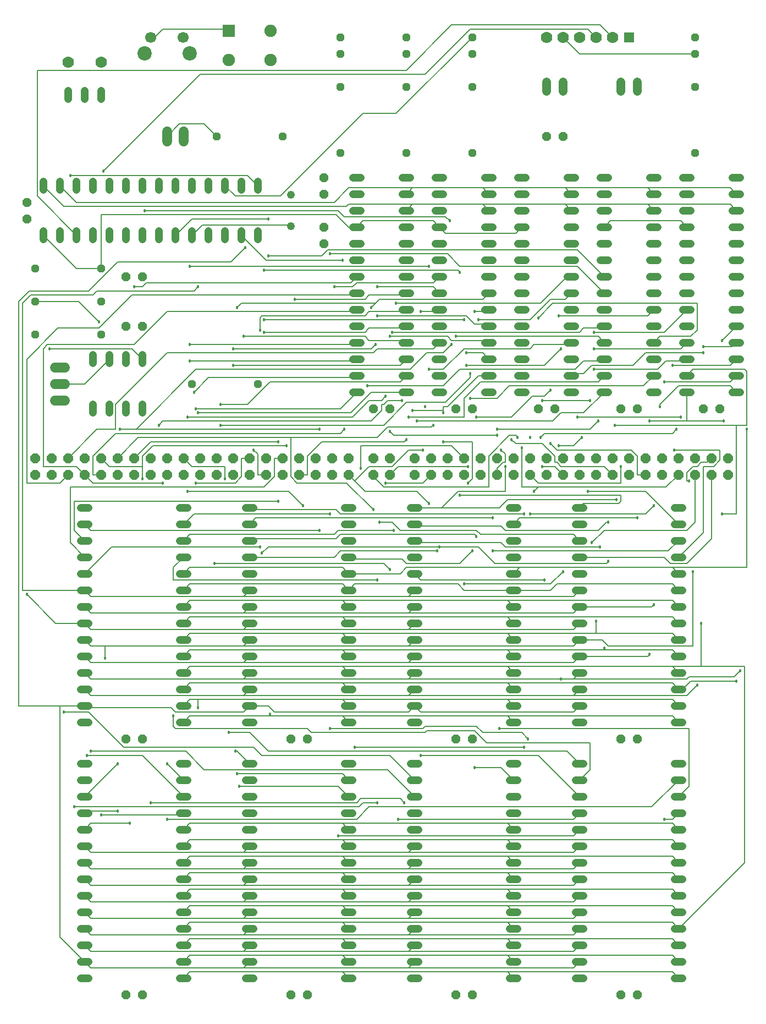
<source format=gbr>
G04 EAGLE Gerber RS-274X export*
G75*
%MOMM*%
%FSLAX34Y34*%
%LPD*%
%INBottom Copper*%
%IPPOS*%
%AMOC8*
5,1,8,0,0,1.08239X$1,22.5*%
G01*
%ADD10P,1.649562X8X22.500000*%
%ADD11C,1.219200*%
%ADD12C,1.219200*%
%ADD13P,1.539592X8X292.500000*%
%ADD14P,1.539592X8X112.500000*%
%ADD15R,1.500000X1.500000*%
%ADD16C,1.778000*%
%ADD17P,1.539592X8X202.500000*%
%ADD18P,1.319650X8X22.500000*%
%ADD19P,1.539592X8X22.500000*%
%ADD20P,1.319650X8X292.500000*%
%ADD21C,1.524000*%
%ADD22C,1.371600*%
%ADD23C,2.200000*%
%ADD24C,1.700000*%
%ADD25R,1.905000X1.905000*%
%ADD26C,1.905000*%
%ADD27C,0.127000*%
%ADD28C,0.457200*%


D10*
X38100Y825500D03*
X63500Y825500D03*
X88900Y825500D03*
X114300Y825500D03*
X139700Y825500D03*
X165100Y825500D03*
X38100Y850900D03*
X63500Y850900D03*
X88900Y850900D03*
X114300Y850900D03*
X139700Y850900D03*
X165100Y850900D03*
X190500Y825500D03*
X190500Y850900D03*
X215900Y825500D03*
X241300Y825500D03*
X266700Y825500D03*
X292100Y825500D03*
X317500Y825500D03*
X342900Y825500D03*
X215900Y850900D03*
X241300Y850900D03*
X266700Y850900D03*
X292100Y850900D03*
X317500Y850900D03*
X342900Y850900D03*
X368300Y825500D03*
X368300Y850900D03*
X393700Y825500D03*
X419100Y825500D03*
X444500Y825500D03*
X469900Y825500D03*
X495300Y825500D03*
X520700Y825500D03*
X393700Y850900D03*
X419100Y850900D03*
X444500Y850900D03*
X469900Y850900D03*
X495300Y850900D03*
X520700Y850900D03*
D11*
X50800Y1187704D02*
X50800Y1199896D01*
X76200Y1199896D02*
X76200Y1187704D01*
X101600Y1187704D02*
X101600Y1199896D01*
X127000Y1199896D02*
X127000Y1187704D01*
X152400Y1187704D02*
X152400Y1199896D01*
X177800Y1199896D02*
X177800Y1187704D01*
X203200Y1187704D02*
X203200Y1199896D01*
X228600Y1199896D02*
X228600Y1187704D01*
X254000Y1187704D02*
X254000Y1199896D01*
X279400Y1199896D02*
X279400Y1187704D01*
X304800Y1187704D02*
X304800Y1199896D01*
X330200Y1199896D02*
X330200Y1187704D01*
X355600Y1187704D02*
X355600Y1199896D01*
X381000Y1199896D02*
X381000Y1187704D01*
X381000Y1263904D02*
X381000Y1276096D01*
X355600Y1276096D02*
X355600Y1263904D01*
X330200Y1263904D02*
X330200Y1276096D01*
X304800Y1276096D02*
X304800Y1263904D01*
X279400Y1263904D02*
X279400Y1276096D01*
X254000Y1276096D02*
X254000Y1263904D01*
X228600Y1263904D02*
X228600Y1276096D01*
X203200Y1276096D02*
X203200Y1263904D01*
X177800Y1263904D02*
X177800Y1276096D01*
X152400Y1276096D02*
X152400Y1263904D01*
X127000Y1263904D02*
X127000Y1276096D01*
X101600Y1276096D02*
X101600Y1263904D01*
X76200Y1263904D02*
X76200Y1276096D01*
X50800Y1276096D02*
X50800Y1263904D01*
D12*
X431800Y1207770D03*
X431800Y1256030D03*
D13*
X482600Y1282700D03*
X482600Y1257300D03*
D14*
X482600Y1181100D03*
X482600Y1206500D03*
D15*
X952500Y1498600D03*
D16*
X927100Y1498600D03*
X901700Y1498600D03*
X876300Y1498600D03*
X850900Y1498600D03*
X825500Y1498600D03*
D17*
X850900Y1346200D03*
X825500Y1346200D03*
D18*
X38100Y1143000D03*
X139700Y1143000D03*
D19*
X177800Y1130300D03*
X203200Y1130300D03*
X177800Y1054100D03*
X203200Y1054100D03*
D18*
X38100Y1041400D03*
X139700Y1041400D03*
X38100Y1092200D03*
X139700Y1092200D03*
D11*
X127000Y933196D02*
X127000Y921004D01*
X152400Y921004D02*
X152400Y933196D01*
X177800Y933196D02*
X177800Y921004D01*
X203200Y921004D02*
X203200Y933196D01*
X203200Y997204D02*
X203200Y1009396D01*
X177800Y1009396D02*
X177800Y997204D01*
X152400Y997204D02*
X152400Y1009396D01*
X127000Y1009396D02*
X127000Y997204D01*
D20*
X508000Y1498600D03*
X508000Y1473200D03*
X609600Y1498600D03*
X609600Y1473200D03*
X711200Y1498600D03*
X711200Y1473200D03*
X711200Y1422400D03*
X711200Y1320800D03*
X609600Y1422400D03*
X609600Y1320800D03*
X508000Y1422400D03*
X508000Y1320800D03*
D17*
X965200Y25400D03*
X939800Y25400D03*
X965200Y419100D03*
X939800Y419100D03*
X457200Y419100D03*
X431800Y419100D03*
X711200Y419100D03*
X685800Y419100D03*
X457200Y25400D03*
X431800Y25400D03*
D11*
X88900Y1403604D02*
X88900Y1415796D01*
X114300Y1415796D02*
X114300Y1403604D01*
X139700Y1403604D02*
X139700Y1415796D01*
D16*
X88900Y1460500D03*
X139700Y1460500D03*
D21*
X83820Y939800D02*
X68580Y939800D01*
X68580Y965200D02*
X83820Y965200D01*
X83820Y990600D02*
X68580Y990600D01*
D17*
X203200Y25400D03*
X177800Y25400D03*
X711200Y25400D03*
X685800Y25400D03*
X203200Y419100D03*
X177800Y419100D03*
D22*
X939800Y1415542D02*
X939800Y1429258D01*
X965200Y1429258D02*
X965200Y1415542D01*
X825500Y1415542D02*
X825500Y1429258D01*
X850900Y1429258D02*
X850900Y1415542D01*
D23*
X276300Y1473600D03*
X206300Y1473600D03*
D24*
X266300Y1498600D03*
X216300Y1498600D03*
D25*
X335800Y1508400D03*
D26*
X335800Y1463400D03*
X400800Y1463400D03*
X400800Y1508400D03*
D18*
X279400Y965200D03*
X381000Y965200D03*
D20*
X1054100Y1498600D03*
X1054100Y1473200D03*
X1054100Y1422400D03*
X1054100Y1320800D03*
D11*
X869696Y952500D02*
X857504Y952500D01*
X857504Y977900D02*
X869696Y977900D01*
X869696Y1003300D02*
X857504Y1003300D01*
X857504Y1028700D02*
X869696Y1028700D01*
X869696Y1054100D02*
X857504Y1054100D01*
X857504Y1079500D02*
X869696Y1079500D01*
X869696Y1104900D02*
X857504Y1104900D01*
X857504Y1130300D02*
X869696Y1130300D01*
X869696Y1155700D02*
X857504Y1155700D01*
X857504Y1181100D02*
X869696Y1181100D01*
X869696Y1206500D02*
X857504Y1206500D01*
X857504Y1231900D02*
X869696Y1231900D01*
X869696Y1257300D02*
X857504Y1257300D01*
X857504Y1282700D02*
X869696Y1282700D01*
X793496Y1282700D02*
X781304Y1282700D01*
X781304Y1257300D02*
X793496Y1257300D01*
X793496Y1231900D02*
X781304Y1231900D01*
X781304Y1206500D02*
X793496Y1206500D01*
X793496Y1181100D02*
X781304Y1181100D01*
X781304Y1155700D02*
X793496Y1155700D01*
X793496Y1130300D02*
X781304Y1130300D01*
X781304Y1104900D02*
X793496Y1104900D01*
X793496Y1079500D02*
X781304Y1079500D01*
X781304Y1054100D02*
X793496Y1054100D01*
X793496Y1028700D02*
X781304Y1028700D01*
X781304Y1003300D02*
X793496Y1003300D01*
X793496Y977900D02*
X781304Y977900D01*
X781304Y952500D02*
X793496Y952500D01*
X984504Y952500D02*
X996696Y952500D01*
X996696Y977900D02*
X984504Y977900D01*
X984504Y1003300D02*
X996696Y1003300D01*
X996696Y1028700D02*
X984504Y1028700D01*
X984504Y1054100D02*
X996696Y1054100D01*
X996696Y1079500D02*
X984504Y1079500D01*
X984504Y1104900D02*
X996696Y1104900D01*
X996696Y1130300D02*
X984504Y1130300D01*
X984504Y1155700D02*
X996696Y1155700D01*
X996696Y1181100D02*
X984504Y1181100D01*
X984504Y1206500D02*
X996696Y1206500D01*
X996696Y1231900D02*
X984504Y1231900D01*
X984504Y1257300D02*
X996696Y1257300D01*
X996696Y1282700D02*
X984504Y1282700D01*
X920496Y1282700D02*
X908304Y1282700D01*
X908304Y1257300D02*
X920496Y1257300D01*
X920496Y1231900D02*
X908304Y1231900D01*
X908304Y1206500D02*
X920496Y1206500D01*
X920496Y1181100D02*
X908304Y1181100D01*
X908304Y1155700D02*
X920496Y1155700D01*
X920496Y1130300D02*
X908304Y1130300D01*
X908304Y1104900D02*
X920496Y1104900D01*
X920496Y1079500D02*
X908304Y1079500D01*
X908304Y1054100D02*
X920496Y1054100D01*
X920496Y1028700D02*
X908304Y1028700D01*
X908304Y1003300D02*
X920496Y1003300D01*
X920496Y977900D02*
X908304Y977900D01*
X908304Y952500D02*
X920496Y952500D01*
X742696Y952500D02*
X730504Y952500D01*
X730504Y977900D02*
X742696Y977900D01*
X742696Y1003300D02*
X730504Y1003300D01*
X730504Y1028700D02*
X742696Y1028700D01*
X742696Y1054100D02*
X730504Y1054100D01*
X730504Y1079500D02*
X742696Y1079500D01*
X742696Y1104900D02*
X730504Y1104900D01*
X730504Y1130300D02*
X742696Y1130300D01*
X742696Y1155700D02*
X730504Y1155700D01*
X730504Y1181100D02*
X742696Y1181100D01*
X742696Y1206500D02*
X730504Y1206500D01*
X730504Y1231900D02*
X742696Y1231900D01*
X742696Y1257300D02*
X730504Y1257300D01*
X730504Y1282700D02*
X742696Y1282700D01*
X666496Y1282700D02*
X654304Y1282700D01*
X654304Y1257300D02*
X666496Y1257300D01*
X666496Y1231900D02*
X654304Y1231900D01*
X654304Y1206500D02*
X666496Y1206500D01*
X666496Y1181100D02*
X654304Y1181100D01*
X654304Y1155700D02*
X666496Y1155700D01*
X666496Y1130300D02*
X654304Y1130300D01*
X654304Y1104900D02*
X666496Y1104900D01*
X666496Y1079500D02*
X654304Y1079500D01*
X654304Y1054100D02*
X666496Y1054100D01*
X666496Y1028700D02*
X654304Y1028700D01*
X654304Y1003300D02*
X666496Y1003300D01*
X666496Y977900D02*
X654304Y977900D01*
X654304Y952500D02*
X666496Y952500D01*
X615696Y952500D02*
X603504Y952500D01*
X603504Y977900D02*
X615696Y977900D01*
X615696Y1003300D02*
X603504Y1003300D01*
X603504Y1028700D02*
X615696Y1028700D01*
X615696Y1054100D02*
X603504Y1054100D01*
X603504Y1079500D02*
X615696Y1079500D01*
X615696Y1104900D02*
X603504Y1104900D01*
X603504Y1130300D02*
X615696Y1130300D01*
X615696Y1155700D02*
X603504Y1155700D01*
X603504Y1181100D02*
X615696Y1181100D01*
X615696Y1206500D02*
X603504Y1206500D01*
X603504Y1231900D02*
X615696Y1231900D01*
X615696Y1257300D02*
X603504Y1257300D01*
X603504Y1282700D02*
X615696Y1282700D01*
X539496Y1282700D02*
X527304Y1282700D01*
X527304Y1257300D02*
X539496Y1257300D01*
X539496Y1231900D02*
X527304Y1231900D01*
X527304Y1206500D02*
X539496Y1206500D01*
X539496Y1181100D02*
X527304Y1181100D01*
X527304Y1155700D02*
X539496Y1155700D01*
X539496Y1130300D02*
X527304Y1130300D01*
X527304Y1104900D02*
X539496Y1104900D01*
X539496Y1079500D02*
X527304Y1079500D01*
X527304Y1054100D02*
X539496Y1054100D01*
X539496Y1028700D02*
X527304Y1028700D01*
X527304Y1003300D02*
X539496Y1003300D01*
X539496Y977900D02*
X527304Y977900D01*
X527304Y952500D02*
X539496Y952500D01*
X1111504Y952500D02*
X1123696Y952500D01*
X1123696Y977900D02*
X1111504Y977900D01*
X1111504Y1003300D02*
X1123696Y1003300D01*
X1123696Y1028700D02*
X1111504Y1028700D01*
X1111504Y1054100D02*
X1123696Y1054100D01*
X1123696Y1079500D02*
X1111504Y1079500D01*
X1111504Y1104900D02*
X1123696Y1104900D01*
X1123696Y1130300D02*
X1111504Y1130300D01*
X1111504Y1155700D02*
X1123696Y1155700D01*
X1123696Y1181100D02*
X1111504Y1181100D01*
X1111504Y1206500D02*
X1123696Y1206500D01*
X1123696Y1231900D02*
X1111504Y1231900D01*
X1111504Y1257300D02*
X1123696Y1257300D01*
X1123696Y1282700D02*
X1111504Y1282700D01*
X1047496Y1282700D02*
X1035304Y1282700D01*
X1035304Y1257300D02*
X1047496Y1257300D01*
X1047496Y1231900D02*
X1035304Y1231900D01*
X1035304Y1206500D02*
X1047496Y1206500D01*
X1047496Y1181100D02*
X1035304Y1181100D01*
X1035304Y1155700D02*
X1047496Y1155700D01*
X1047496Y1130300D02*
X1035304Y1130300D01*
X1035304Y1104900D02*
X1047496Y1104900D01*
X1047496Y1079500D02*
X1035304Y1079500D01*
X1035304Y1054100D02*
X1047496Y1054100D01*
X1047496Y1028700D02*
X1035304Y1028700D01*
X1035304Y1003300D02*
X1047496Y1003300D01*
X1047496Y977900D02*
X1035304Y977900D01*
X1035304Y952500D02*
X1047496Y952500D01*
D10*
X622300Y825500D03*
X647700Y825500D03*
X673100Y825500D03*
X698500Y825500D03*
X723900Y825500D03*
X749300Y825500D03*
X622300Y850900D03*
X647700Y850900D03*
X673100Y850900D03*
X698500Y850900D03*
X723900Y850900D03*
X749300Y850900D03*
X774700Y825500D03*
X774700Y850900D03*
X800100Y825500D03*
X825500Y825500D03*
X850900Y825500D03*
X876300Y825500D03*
X901700Y825500D03*
X927100Y825500D03*
X800100Y850900D03*
X825500Y850900D03*
X850900Y850900D03*
X876300Y850900D03*
X901700Y850900D03*
X927100Y850900D03*
X952500Y825500D03*
X952500Y850900D03*
X977900Y825500D03*
X1003300Y825500D03*
X1028700Y825500D03*
X1054100Y825500D03*
X1079500Y825500D03*
X1104900Y825500D03*
X977900Y850900D03*
X1003300Y850900D03*
X1028700Y850900D03*
X1054100Y850900D03*
X1079500Y850900D03*
X1104900Y850900D03*
D19*
X1066800Y927100D03*
X1092200Y927100D03*
X939800Y927100D03*
X965200Y927100D03*
X812800Y927100D03*
X838200Y927100D03*
X685800Y927100D03*
X711200Y927100D03*
X558800Y927100D03*
X584200Y927100D03*
D11*
X272796Y50800D02*
X260604Y50800D01*
X260604Y76200D02*
X272796Y76200D01*
X272796Y101600D02*
X260604Y101600D01*
X260604Y127000D02*
X272796Y127000D01*
X272796Y152400D02*
X260604Y152400D01*
X260604Y177800D02*
X272796Y177800D01*
X272796Y203200D02*
X260604Y203200D01*
X260604Y228600D02*
X272796Y228600D01*
X272796Y254000D02*
X260604Y254000D01*
X260604Y279400D02*
X272796Y279400D01*
X272796Y304800D02*
X260604Y304800D01*
X260604Y330200D02*
X272796Y330200D01*
X272796Y355600D02*
X260604Y355600D01*
X260604Y381000D02*
X272796Y381000D01*
X120396Y381000D02*
X108204Y381000D01*
X108204Y355600D02*
X120396Y355600D01*
X120396Y330200D02*
X108204Y330200D01*
X108204Y304800D02*
X120396Y304800D01*
X120396Y279400D02*
X108204Y279400D01*
X108204Y254000D02*
X120396Y254000D01*
X120396Y228600D02*
X108204Y228600D01*
X108204Y203200D02*
X120396Y203200D01*
X120396Y177800D02*
X108204Y177800D01*
X108204Y152400D02*
X120396Y152400D01*
X120396Y127000D02*
X108204Y127000D01*
X108204Y101600D02*
X120396Y101600D01*
X120396Y76200D02*
X108204Y76200D01*
X108204Y50800D02*
X120396Y50800D01*
X514604Y50800D02*
X526796Y50800D01*
X526796Y76200D02*
X514604Y76200D01*
X514604Y101600D02*
X526796Y101600D01*
X526796Y127000D02*
X514604Y127000D01*
X514604Y152400D02*
X526796Y152400D01*
X526796Y177800D02*
X514604Y177800D01*
X514604Y203200D02*
X526796Y203200D01*
X526796Y228600D02*
X514604Y228600D01*
X514604Y254000D02*
X526796Y254000D01*
X526796Y279400D02*
X514604Y279400D01*
X514604Y304800D02*
X526796Y304800D01*
X526796Y330200D02*
X514604Y330200D01*
X514604Y355600D02*
X526796Y355600D01*
X526796Y381000D02*
X514604Y381000D01*
X374396Y381000D02*
X362204Y381000D01*
X362204Y355600D02*
X374396Y355600D01*
X374396Y330200D02*
X362204Y330200D01*
X362204Y304800D02*
X374396Y304800D01*
X374396Y279400D02*
X362204Y279400D01*
X362204Y254000D02*
X374396Y254000D01*
X374396Y228600D02*
X362204Y228600D01*
X362204Y203200D02*
X374396Y203200D01*
X374396Y177800D02*
X362204Y177800D01*
X362204Y152400D02*
X374396Y152400D01*
X374396Y127000D02*
X362204Y127000D01*
X362204Y101600D02*
X374396Y101600D01*
X374396Y76200D02*
X362204Y76200D01*
X362204Y50800D02*
X374396Y50800D01*
X768604Y50800D02*
X780796Y50800D01*
X780796Y76200D02*
X768604Y76200D01*
X768604Y101600D02*
X780796Y101600D01*
X780796Y127000D02*
X768604Y127000D01*
X768604Y152400D02*
X780796Y152400D01*
X780796Y177800D02*
X768604Y177800D01*
X768604Y203200D02*
X780796Y203200D01*
X780796Y228600D02*
X768604Y228600D01*
X768604Y254000D02*
X780796Y254000D01*
X780796Y279400D02*
X768604Y279400D01*
X768604Y304800D02*
X780796Y304800D01*
X780796Y330200D02*
X768604Y330200D01*
X768604Y355600D02*
X780796Y355600D01*
X780796Y381000D02*
X768604Y381000D01*
X628396Y381000D02*
X616204Y381000D01*
X616204Y355600D02*
X628396Y355600D01*
X628396Y330200D02*
X616204Y330200D01*
X616204Y304800D02*
X628396Y304800D01*
X628396Y279400D02*
X616204Y279400D01*
X616204Y254000D02*
X628396Y254000D01*
X628396Y228600D02*
X616204Y228600D01*
X616204Y203200D02*
X628396Y203200D01*
X628396Y177800D02*
X616204Y177800D01*
X616204Y152400D02*
X628396Y152400D01*
X628396Y127000D02*
X616204Y127000D01*
X616204Y101600D02*
X628396Y101600D01*
X628396Y76200D02*
X616204Y76200D01*
X616204Y50800D02*
X628396Y50800D01*
X1022604Y50800D02*
X1034796Y50800D01*
X1034796Y76200D02*
X1022604Y76200D01*
X1022604Y101600D02*
X1034796Y101600D01*
X1034796Y127000D02*
X1022604Y127000D01*
X1022604Y152400D02*
X1034796Y152400D01*
X1034796Y177800D02*
X1022604Y177800D01*
X1022604Y203200D02*
X1034796Y203200D01*
X1034796Y228600D02*
X1022604Y228600D01*
X1022604Y254000D02*
X1034796Y254000D01*
X1034796Y279400D02*
X1022604Y279400D01*
X1022604Y304800D02*
X1034796Y304800D01*
X1034796Y330200D02*
X1022604Y330200D01*
X1022604Y355600D02*
X1034796Y355600D01*
X1034796Y381000D02*
X1022604Y381000D01*
X882396Y381000D02*
X870204Y381000D01*
X870204Y355600D02*
X882396Y355600D01*
X882396Y330200D02*
X870204Y330200D01*
X870204Y304800D02*
X882396Y304800D01*
X882396Y279400D02*
X870204Y279400D01*
X870204Y254000D02*
X882396Y254000D01*
X882396Y228600D02*
X870204Y228600D01*
X870204Y203200D02*
X882396Y203200D01*
X882396Y177800D02*
X870204Y177800D01*
X870204Y152400D02*
X882396Y152400D01*
X882396Y127000D02*
X870204Y127000D01*
X870204Y101600D02*
X882396Y101600D01*
X882396Y76200D02*
X870204Y76200D01*
X870204Y50800D02*
X882396Y50800D01*
X272796Y444500D02*
X260604Y444500D01*
X260604Y469900D02*
X272796Y469900D01*
X272796Y495300D02*
X260604Y495300D01*
X260604Y520700D02*
X272796Y520700D01*
X272796Y546100D02*
X260604Y546100D01*
X260604Y571500D02*
X272796Y571500D01*
X272796Y596900D02*
X260604Y596900D01*
X260604Y622300D02*
X272796Y622300D01*
X272796Y647700D02*
X260604Y647700D01*
X260604Y673100D02*
X272796Y673100D01*
X272796Y698500D02*
X260604Y698500D01*
X260604Y723900D02*
X272796Y723900D01*
X272796Y749300D02*
X260604Y749300D01*
X260604Y774700D02*
X272796Y774700D01*
X120396Y774700D02*
X108204Y774700D01*
X108204Y749300D02*
X120396Y749300D01*
X120396Y723900D02*
X108204Y723900D01*
X108204Y698500D02*
X120396Y698500D01*
X120396Y673100D02*
X108204Y673100D01*
X108204Y647700D02*
X120396Y647700D01*
X120396Y622300D02*
X108204Y622300D01*
X108204Y596900D02*
X120396Y596900D01*
X120396Y571500D02*
X108204Y571500D01*
X108204Y546100D02*
X120396Y546100D01*
X120396Y520700D02*
X108204Y520700D01*
X108204Y495300D02*
X120396Y495300D01*
X120396Y469900D02*
X108204Y469900D01*
X108204Y444500D02*
X120396Y444500D01*
X514604Y444500D02*
X526796Y444500D01*
X526796Y469900D02*
X514604Y469900D01*
X514604Y495300D02*
X526796Y495300D01*
X526796Y520700D02*
X514604Y520700D01*
X514604Y546100D02*
X526796Y546100D01*
X526796Y571500D02*
X514604Y571500D01*
X514604Y596900D02*
X526796Y596900D01*
X526796Y622300D02*
X514604Y622300D01*
X514604Y647700D02*
X526796Y647700D01*
X526796Y673100D02*
X514604Y673100D01*
X514604Y698500D02*
X526796Y698500D01*
X526796Y723900D02*
X514604Y723900D01*
X514604Y749300D02*
X526796Y749300D01*
X526796Y774700D02*
X514604Y774700D01*
X374396Y774700D02*
X362204Y774700D01*
X362204Y749300D02*
X374396Y749300D01*
X374396Y723900D02*
X362204Y723900D01*
X362204Y698500D02*
X374396Y698500D01*
X374396Y673100D02*
X362204Y673100D01*
X362204Y647700D02*
X374396Y647700D01*
X374396Y622300D02*
X362204Y622300D01*
X362204Y596900D02*
X374396Y596900D01*
X374396Y571500D02*
X362204Y571500D01*
X362204Y546100D02*
X374396Y546100D01*
X374396Y520700D02*
X362204Y520700D01*
X362204Y495300D02*
X374396Y495300D01*
X374396Y469900D02*
X362204Y469900D01*
X362204Y444500D02*
X374396Y444500D01*
X768604Y444500D02*
X780796Y444500D01*
X780796Y469900D02*
X768604Y469900D01*
X768604Y495300D02*
X780796Y495300D01*
X780796Y520700D02*
X768604Y520700D01*
X768604Y546100D02*
X780796Y546100D01*
X780796Y571500D02*
X768604Y571500D01*
X768604Y596900D02*
X780796Y596900D01*
X780796Y622300D02*
X768604Y622300D01*
X768604Y647700D02*
X780796Y647700D01*
X780796Y673100D02*
X768604Y673100D01*
X768604Y698500D02*
X780796Y698500D01*
X780796Y723900D02*
X768604Y723900D01*
X768604Y749300D02*
X780796Y749300D01*
X780796Y774700D02*
X768604Y774700D01*
X628396Y774700D02*
X616204Y774700D01*
X616204Y749300D02*
X628396Y749300D01*
X628396Y723900D02*
X616204Y723900D01*
X616204Y698500D02*
X628396Y698500D01*
X628396Y673100D02*
X616204Y673100D01*
X616204Y647700D02*
X628396Y647700D01*
X628396Y622300D02*
X616204Y622300D01*
X616204Y596900D02*
X628396Y596900D01*
X628396Y571500D02*
X616204Y571500D01*
X616204Y546100D02*
X628396Y546100D01*
X628396Y520700D02*
X616204Y520700D01*
X616204Y495300D02*
X628396Y495300D01*
X628396Y469900D02*
X616204Y469900D01*
X616204Y444500D02*
X628396Y444500D01*
X1022604Y444500D02*
X1034796Y444500D01*
X1034796Y469900D02*
X1022604Y469900D01*
X1022604Y495300D02*
X1034796Y495300D01*
X1034796Y520700D02*
X1022604Y520700D01*
X1022604Y546100D02*
X1034796Y546100D01*
X1034796Y571500D02*
X1022604Y571500D01*
X1022604Y596900D02*
X1034796Y596900D01*
X1034796Y622300D02*
X1022604Y622300D01*
X1022604Y647700D02*
X1034796Y647700D01*
X1034796Y673100D02*
X1022604Y673100D01*
X1022604Y698500D02*
X1034796Y698500D01*
X1034796Y723900D02*
X1022604Y723900D01*
X1022604Y749300D02*
X1034796Y749300D01*
X1034796Y774700D02*
X1022604Y774700D01*
X882396Y774700D02*
X870204Y774700D01*
X870204Y749300D02*
X882396Y749300D01*
X882396Y723900D02*
X870204Y723900D01*
X870204Y698500D02*
X882396Y698500D01*
X882396Y673100D02*
X870204Y673100D01*
X870204Y647700D02*
X882396Y647700D01*
X882396Y622300D02*
X870204Y622300D01*
X870204Y596900D02*
X882396Y596900D01*
X882396Y571500D02*
X870204Y571500D01*
X870204Y546100D02*
X882396Y546100D01*
X882396Y520700D02*
X870204Y520700D01*
X870204Y495300D02*
X882396Y495300D01*
X882396Y469900D02*
X870204Y469900D01*
X870204Y444500D02*
X882396Y444500D01*
D14*
X25400Y1219200D03*
X25400Y1244600D03*
D18*
X317500Y1346200D03*
X419100Y1346200D03*
D21*
X241300Y1338580D02*
X241300Y1353820D01*
X266700Y1353820D02*
X266700Y1338580D01*
D10*
X558800Y825500D03*
X558800Y850900D03*
X584200Y825500D03*
X584200Y850900D03*
D27*
X222250Y1498600D02*
X234950Y1511300D01*
X330200Y1511300D01*
X222250Y1498600D02*
X216300Y1498600D01*
X330200Y1511300D02*
X335800Y1508400D01*
X850900Y1498600D02*
X876300Y1473200D01*
X1054100Y1473200D01*
X292100Y1441450D02*
X142875Y1292225D01*
X292100Y1441450D02*
X638175Y1441450D01*
X708025Y1511300D01*
X889000Y1511300D01*
X901700Y1498600D01*
D28*
X142875Y1292225D03*
D27*
X101600Y1193800D02*
X41275Y1254125D01*
X41275Y1447800D01*
X609600Y1447800D01*
X679450Y1517650D01*
X908050Y1517650D01*
X927100Y1498600D01*
X1031875Y1216025D02*
X1041400Y1206500D01*
X1031875Y1216025D02*
X923925Y1216025D01*
X914400Y1206500D01*
X101600Y1143000D02*
X50800Y1193800D01*
X101600Y1143000D02*
X139700Y1143000D01*
X533400Y1206500D02*
X542925Y1216025D01*
X650875Y1216025D01*
X660400Y1206500D01*
X139700Y1225550D02*
X139700Y1143000D01*
X139700Y1225550D02*
X501650Y1225550D01*
X520700Y1206500D01*
X533400Y1206500D01*
X777875Y1196975D02*
X787400Y1206500D01*
X777875Y1196975D02*
X669925Y1196975D01*
X660400Y1206500D01*
D28*
X638175Y930275D03*
D27*
X136525Y1060450D02*
X104775Y1092200D01*
X38100Y1092200D01*
X609600Y1231900D02*
X619125Y1241425D01*
X727075Y1241425D01*
X736600Y1231900D01*
X854075Y1241425D02*
X863600Y1231900D01*
X854075Y1241425D02*
X727075Y1241425D01*
X981075Y1241425D02*
X990600Y1231900D01*
X981075Y1241425D02*
X854075Y1241425D01*
X1108075Y1241425D02*
X1117600Y1231900D01*
X1108075Y1241425D02*
X981075Y1241425D01*
X82550Y1238250D02*
X50800Y1270000D01*
X82550Y1238250D02*
X517525Y1238250D01*
X520700Y1241425D01*
X619125Y1241425D01*
D28*
X136525Y1060450D03*
D27*
X187325Y1019175D02*
X203200Y1003300D01*
X187325Y1019175D02*
X60325Y1019175D01*
X609600Y1257300D02*
X619125Y1266825D01*
X727075Y1266825D01*
X736600Y1257300D01*
X854075Y1266825D02*
X863600Y1257300D01*
X854075Y1266825D02*
X727075Y1266825D01*
X981075Y1266825D02*
X990600Y1257300D01*
X981075Y1266825D02*
X854075Y1266825D01*
X1108075Y1266825D02*
X1117600Y1257300D01*
X1108075Y1266825D02*
X981075Y1266825D01*
X101600Y1244600D02*
X76200Y1270000D01*
X101600Y1244600D02*
X498475Y1244600D01*
X520700Y1266825D01*
X619125Y1266825D01*
D28*
X60325Y1019175D03*
D27*
X266700Y304800D02*
X263525Y301625D01*
X139700Y301625D01*
X523875Y1120775D02*
X533400Y1130300D01*
X523875Y1120775D02*
X209550Y1120775D01*
X203200Y1114425D01*
X190500Y1114425D01*
D28*
X139700Y301625D03*
X190500Y1114425D03*
D27*
X114300Y749300D02*
X123825Y739775D01*
X476250Y739775D01*
X911225Y1050925D02*
X914400Y1054100D01*
X911225Y1050925D02*
X882650Y1050925D01*
X876300Y1044575D01*
X587375Y1044575D01*
D28*
X476250Y739775D03*
X587375Y1044575D03*
D27*
X476250Y895350D02*
X193675Y895350D01*
X168275Y895350D01*
X904875Y1038225D02*
X914400Y1028700D01*
X904875Y1038225D02*
X685800Y1038225D01*
X679450Y1025525D02*
X666750Y1012825D01*
X641350Y1012825D01*
X615950Y987425D01*
X285750Y987425D01*
X193675Y895350D01*
D28*
X168275Y895350D03*
X476250Y895350D03*
X685800Y1038225D03*
X679450Y1025525D03*
D27*
X282575Y765175D02*
X266700Y749300D01*
X282575Y765175D02*
X492125Y765175D01*
X911225Y1000125D02*
X914400Y1003300D01*
X911225Y1000125D02*
X882650Y1000125D01*
X869950Y987425D01*
X692150Y987425D01*
X666750Y962025D01*
X549275Y962025D01*
D28*
X492125Y765175D03*
X549275Y962025D03*
D27*
X276225Y733425D02*
X266700Y723900D01*
X276225Y733425D02*
X498475Y733425D01*
X504825Y739775D01*
X590550Y739775D01*
X904875Y968375D02*
X914400Y977900D01*
X904875Y968375D02*
X723900Y968375D01*
X698500Y942975D01*
X698500Y914400D01*
X612775Y914400D01*
D28*
X590550Y739775D03*
X612775Y914400D03*
D27*
X276225Y85725D02*
X266700Y76200D01*
X276225Y85725D02*
X511175Y85725D01*
X520700Y76200D01*
X765175Y85725D02*
X774700Y76200D01*
X765175Y85725D02*
X511175Y85725D01*
X1019175Y85725D02*
X1028700Y76200D01*
X1019175Y85725D02*
X765175Y85725D01*
X1095375Y1031875D02*
X1117600Y1054100D01*
X276225Y479425D02*
X266700Y469900D01*
X288925Y479425D02*
X511175Y479425D01*
X288925Y479425D02*
X276225Y479425D01*
X511175Y479425D02*
X520700Y469900D01*
X765175Y479425D02*
X774700Y469900D01*
X765175Y479425D02*
X511175Y479425D01*
X1019175Y479425D02*
X1028700Y469900D01*
X1019175Y479425D02*
X765175Y479425D01*
X1073150Y844550D02*
X1079500Y850900D01*
X1073150Y844550D02*
X1063625Y844550D01*
X1057275Y838200D01*
X1050925Y838200D01*
X1041400Y828675D01*
X1041400Y815975D01*
X1044575Y815975D01*
X288925Y479425D02*
X288925Y466725D01*
D28*
X1095375Y1031875D03*
X1044575Y815975D03*
X288925Y466725D03*
D27*
X114300Y177800D02*
X123825Y168275D01*
X358775Y168275D01*
X368300Y177800D01*
X612775Y168275D02*
X622300Y177800D01*
X612775Y168275D02*
X358775Y168275D01*
X866775Y168275D02*
X876300Y177800D01*
X866775Y168275D02*
X612775Y168275D01*
X1111250Y1022350D02*
X1117600Y1028700D01*
X1111250Y1022350D02*
X1066800Y1022350D01*
X123825Y561975D02*
X114300Y571500D01*
X146050Y561975D02*
X358775Y561975D01*
X146050Y561975D02*
X123825Y561975D01*
X358775Y561975D02*
X368300Y571500D01*
X612775Y561975D02*
X622300Y571500D01*
X612775Y561975D02*
X358775Y561975D01*
X866775Y561975D02*
X876300Y571500D01*
X866775Y561975D02*
X612775Y561975D01*
X1050925Y561975D02*
X1050925Y676275D01*
X1050925Y561975D02*
X920750Y561975D01*
X911225Y571500D01*
X876300Y571500D01*
X146050Y561975D02*
X146050Y542925D01*
D28*
X1066800Y1022350D03*
X1050925Y676275D03*
X146050Y542925D03*
D27*
X114300Y228600D02*
X123825Y219075D01*
X358775Y219075D01*
X368300Y228600D01*
X612775Y219075D02*
X622300Y228600D01*
X612775Y219075D02*
X358775Y219075D01*
X866775Y219075D02*
X876300Y228600D01*
X866775Y219075D02*
X612775Y219075D01*
X1108075Y993775D02*
X1117600Y1003300D01*
X1108075Y993775D02*
X1019175Y993775D01*
X123825Y612775D02*
X114300Y622300D01*
X123825Y612775D02*
X358775Y612775D01*
X368300Y622300D01*
X612775Y612775D02*
X622300Y622300D01*
X612775Y612775D02*
X358775Y612775D01*
X866775Y612775D02*
X876300Y622300D01*
X866775Y612775D02*
X612775Y612775D01*
X987425Y622300D02*
X990600Y625475D01*
X987425Y622300D02*
X876300Y622300D01*
D28*
X1019175Y993775D03*
X990600Y625475D03*
D27*
X123825Y142875D02*
X114300Y152400D01*
X123825Y142875D02*
X358775Y142875D01*
X368300Y152400D01*
X612775Y142875D02*
X622300Y152400D01*
X612775Y142875D02*
X358775Y142875D01*
X866775Y142875D02*
X876300Y152400D01*
X866775Y142875D02*
X612775Y142875D01*
X1108075Y968375D02*
X1117600Y977900D01*
X1108075Y968375D02*
X1006475Y968375D01*
X123825Y536575D02*
X114300Y546100D01*
X123825Y536575D02*
X358775Y536575D01*
X368300Y546100D01*
X612775Y536575D02*
X622300Y546100D01*
X612775Y536575D02*
X358775Y536575D01*
X866775Y536575D02*
X876300Y546100D01*
X866775Y536575D02*
X612775Y536575D01*
X981075Y546100D02*
X984250Y549275D01*
X981075Y546100D02*
X876300Y546100D01*
D28*
X1006475Y968375D03*
X984250Y549275D03*
D27*
X123825Y117475D02*
X114300Y127000D01*
X123825Y117475D02*
X358775Y117475D01*
X368300Y127000D01*
X612775Y117475D02*
X622300Y127000D01*
X612775Y117475D02*
X358775Y117475D01*
X866775Y117475D02*
X876300Y127000D01*
X866775Y117475D02*
X612775Y117475D01*
X1117600Y952500D02*
X1108075Y962025D01*
X1028700Y962025D01*
X1000125Y933450D01*
X1000125Y930275D01*
X123825Y511175D02*
X114300Y520700D01*
X123825Y511175D02*
X358775Y511175D01*
X368300Y520700D01*
X612775Y511175D02*
X622300Y520700D01*
X612775Y511175D02*
X358775Y511175D01*
X866775Y511175D02*
X876300Y520700D01*
X847725Y511175D02*
X612775Y511175D01*
X847725Y511175D02*
X866775Y511175D01*
X1114425Y514350D02*
X1123950Y523875D01*
X1114425Y514350D02*
X1044575Y514350D01*
X1041400Y511175D01*
X866775Y511175D01*
D28*
X1000125Y930275D03*
X1123950Y523875D03*
X847725Y511175D03*
D27*
X276225Y111125D02*
X266700Y101600D01*
X276225Y111125D02*
X511175Y111125D01*
X520700Y101600D01*
X765175Y111125D02*
X774700Y101600D01*
X765175Y111125D02*
X511175Y111125D01*
X1019175Y111125D02*
X1028700Y101600D01*
X1019175Y111125D02*
X765175Y111125D01*
X1041400Y908050D02*
X1041400Y952500D01*
X1041400Y908050D02*
X984250Y908050D01*
X276225Y504825D02*
X266700Y495300D01*
X276225Y504825D02*
X511175Y504825D01*
X520700Y495300D01*
X765175Y504825D02*
X774700Y495300D01*
X765175Y504825D02*
X511175Y504825D01*
X1019175Y504825D02*
X1028700Y495300D01*
X1019175Y504825D02*
X765175Y504825D01*
X1041400Y908050D02*
X1098550Y908050D01*
X1117600Y508000D02*
X1047750Y508000D01*
X1035050Y495300D01*
X1028700Y495300D01*
D28*
X984250Y908050D03*
X1098550Y908050D03*
X1117600Y508000D03*
D27*
X276225Y136525D02*
X266700Y127000D01*
X276225Y136525D02*
X511175Y136525D01*
X520700Y127000D01*
X765175Y136525D02*
X774700Y127000D01*
X765175Y136525D02*
X511175Y136525D01*
X1019175Y136525D02*
X1028700Y127000D01*
X1019175Y136525D02*
X765175Y136525D01*
X1041400Y977900D02*
X1050925Y987425D01*
X1130300Y987425D01*
X1133475Y984250D01*
X1133475Y901700D01*
X1117600Y901700D02*
X930275Y901700D01*
X1117600Y901700D02*
X1133475Y901700D01*
X276225Y530225D02*
X266700Y520700D01*
X276225Y530225D02*
X511175Y530225D01*
X520700Y520700D01*
X765175Y530225D02*
X774700Y520700D01*
X765175Y530225D02*
X511175Y530225D01*
X1019175Y530225D02*
X1028700Y520700D01*
X1019175Y530225D02*
X765175Y530225D01*
X1117600Y765175D02*
X1117600Y901700D01*
X1117600Y765175D02*
X1095375Y765175D01*
X1063625Y596900D02*
X1063625Y530225D01*
X1019175Y530225D01*
X1130300Y228600D02*
X1028700Y127000D01*
X1130300Y228600D02*
X1130300Y530225D01*
X1063625Y530225D01*
D28*
X930275Y901700D03*
X1095375Y765175D03*
X1063625Y596900D03*
D27*
X276225Y161925D02*
X266700Y152400D01*
X276225Y161925D02*
X511175Y161925D01*
X520700Y152400D01*
X765175Y161925D02*
X774700Y152400D01*
X765175Y161925D02*
X511175Y161925D01*
X1019175Y161925D02*
X1028700Y152400D01*
X1019175Y161925D02*
X765175Y161925D01*
X1038225Y1000125D02*
X1041400Y1003300D01*
X1038225Y1000125D02*
X1009650Y1000125D01*
X996950Y987425D01*
X898525Y987425D01*
X276225Y555625D02*
X266700Y546100D01*
X276225Y555625D02*
X511175Y555625D01*
X520700Y546100D01*
X765175Y555625D02*
X774700Y546100D01*
X765175Y555625D02*
X511175Y555625D01*
X1019175Y555625D02*
X1028700Y546100D01*
X914400Y555625D02*
X765175Y555625D01*
X914400Y555625D02*
X1019175Y555625D01*
X914400Y555625D02*
X914400Y558800D01*
D28*
X898525Y987425D03*
X914400Y558800D03*
D27*
X276225Y187325D02*
X266700Y177800D01*
X276225Y187325D02*
X511175Y187325D01*
X520700Y177800D01*
X765175Y187325D02*
X774700Y177800D01*
X765175Y187325D02*
X511175Y187325D01*
X1019175Y187325D02*
X1028700Y177800D01*
X1019175Y187325D02*
X765175Y187325D01*
X1031875Y1019175D02*
X1041400Y1028700D01*
X1031875Y1019175D02*
X898525Y1019175D01*
X276225Y581025D02*
X266700Y571500D01*
X276225Y581025D02*
X511175Y581025D01*
X520700Y571500D01*
X765175Y581025D02*
X774700Y571500D01*
X765175Y581025D02*
X511175Y581025D01*
X1019175Y581025D02*
X1028700Y571500D01*
X901700Y581025D02*
X765175Y581025D01*
X901700Y581025D02*
X1019175Y581025D01*
X901700Y581025D02*
X901700Y600075D01*
D28*
X898525Y1019175D03*
X901700Y600075D03*
D27*
X276225Y212725D02*
X266700Y203200D01*
X276225Y212725D02*
X511175Y212725D01*
X520700Y203200D01*
X765175Y212725D02*
X774700Y203200D01*
X765175Y212725D02*
X511175Y212725D01*
X1019175Y212725D02*
X1028700Y203200D01*
X1019175Y212725D02*
X765175Y212725D01*
X276225Y606425D02*
X266700Y596900D01*
X276225Y606425D02*
X511175Y606425D01*
X520700Y596900D01*
X765175Y606425D02*
X774700Y596900D01*
X765175Y606425D02*
X511175Y606425D01*
X1019175Y606425D02*
X1028700Y596900D01*
X1019175Y606425D02*
X765175Y606425D01*
X276225Y238125D02*
X266700Y228600D01*
X276225Y238125D02*
X511175Y238125D01*
X520700Y228600D01*
X765175Y238125D02*
X774700Y228600D01*
X765175Y238125D02*
X511175Y238125D01*
X1019175Y238125D02*
X1028700Y228600D01*
X1019175Y238125D02*
X765175Y238125D01*
X1006475Y1044575D02*
X1041400Y1079500D01*
X1006475Y1044575D02*
X898525Y1044575D01*
X879475Y882650D02*
X866775Y869950D01*
X844550Y869950D01*
X276225Y631825D02*
X266700Y622300D01*
X276225Y631825D02*
X511175Y631825D01*
X520700Y622300D01*
X765175Y631825D02*
X774700Y622300D01*
X765175Y631825D02*
X511175Y631825D01*
X1019175Y631825D02*
X1028700Y622300D01*
X1019175Y631825D02*
X765175Y631825D01*
D28*
X898525Y1044575D03*
X879475Y882650D03*
X844550Y869950D03*
D27*
X276225Y263525D02*
X266700Y254000D01*
X276225Y263525D02*
X511175Y263525D01*
X520700Y254000D01*
X765175Y263525D02*
X774700Y254000D01*
X765175Y263525D02*
X511175Y263525D01*
X1019175Y263525D02*
X1028700Y254000D01*
X1019175Y263525D02*
X765175Y263525D01*
X276225Y657225D02*
X266700Y647700D01*
X276225Y657225D02*
X511175Y657225D01*
X520700Y647700D01*
X1019175Y657225D02*
X1028700Y647700D01*
X1019175Y657225D02*
X841375Y657225D01*
X831850Y647700D01*
X774700Y647700D01*
X1019175Y889000D02*
X1025525Y895350D01*
X1019175Y889000D02*
X822325Y889000D01*
X815975Y882650D01*
X530225Y657225D02*
X520700Y647700D01*
X530225Y657225D02*
X688975Y657225D01*
X698500Y647700D01*
X774700Y647700D01*
D28*
X1025525Y895350D03*
X815975Y882650D03*
D27*
X276225Y288925D02*
X266700Y279400D01*
X276225Y288925D02*
X511175Y288925D01*
X520700Y279400D01*
X765175Y288925D02*
X774700Y279400D01*
X765175Y288925D02*
X511175Y288925D01*
X1019175Y288925D02*
X1028700Y279400D01*
X1019175Y288925D02*
X765175Y288925D01*
X276225Y682625D02*
X266700Y673100D01*
X276225Y682625D02*
X511175Y682625D01*
X520700Y673100D01*
X1019175Y682625D02*
X1028700Y673100D01*
X1019175Y682625D02*
X784225Y682625D01*
X774700Y673100D01*
X1133475Y682625D02*
X1133475Y895350D01*
X1133475Y682625D02*
X1019175Y682625D01*
X600075Y673100D02*
X520700Y673100D01*
X600075Y673100D02*
X609600Y682625D01*
X784225Y682625D01*
D28*
X1133475Y895350D03*
D27*
X123825Y66675D02*
X114300Y76200D01*
X123825Y66675D02*
X358775Y66675D01*
X368300Y76200D01*
X612775Y66675D02*
X622300Y76200D01*
X612775Y66675D02*
X358775Y66675D01*
X866775Y66675D02*
X876300Y76200D01*
X866775Y66675D02*
X612775Y66675D01*
X631825Y460375D02*
X622300Y469900D01*
X631825Y460375D02*
X866775Y460375D01*
X876300Y469900D01*
X117475Y466725D02*
X114300Y469900D01*
X117475Y466725D02*
X247650Y466725D01*
X254000Y460375D01*
X358775Y460375D01*
X368300Y469900D01*
X339725Y1152525D02*
X361950Y1174750D01*
X339725Y1152525D02*
X165100Y1152525D01*
X120650Y1108075D01*
X28575Y1108075D01*
X12700Y1092200D01*
X12700Y469900D01*
X76200Y469900D02*
X114300Y469900D01*
X76200Y469900D02*
X12700Y469900D01*
X612775Y460375D02*
X622300Y469900D01*
X612775Y460375D02*
X406400Y460375D01*
X396875Y469900D01*
X368300Y469900D01*
X76200Y114300D02*
X114300Y76200D01*
X76200Y114300D02*
X76200Y469900D01*
D28*
X361950Y1174750D03*
D27*
X114300Y203200D02*
X123825Y193675D01*
X358775Y193675D01*
X368300Y203200D01*
X612775Y193675D02*
X622300Y203200D01*
X612775Y193675D02*
X358775Y193675D01*
X866775Y193675D02*
X876300Y203200D01*
X866775Y193675D02*
X612775Y193675D01*
X123825Y587375D02*
X114300Y596900D01*
X123825Y587375D02*
X358775Y587375D01*
X368300Y596900D01*
X381000Y1270000D02*
X365125Y1285875D01*
X92075Y1285875D01*
X25400Y641350D02*
X69850Y596900D01*
X114300Y596900D01*
X612775Y587375D02*
X622300Y596900D01*
X612775Y587375D02*
X358775Y587375D01*
X866775Y587375D02*
X876300Y596900D01*
X866775Y587375D02*
X612775Y587375D01*
D28*
X92075Y1285875D03*
X25400Y641350D03*
D27*
X114300Y254000D02*
X123825Y244475D01*
X358775Y244475D01*
X368300Y254000D01*
X612775Y244475D02*
X622300Y254000D01*
X612775Y244475D02*
X358775Y244475D01*
X866775Y244475D02*
X876300Y254000D01*
X866775Y244475D02*
X612775Y244475D01*
X123825Y638175D02*
X114300Y647700D01*
X123825Y638175D02*
X358775Y638175D01*
X368300Y647700D01*
X282575Y1108075D02*
X288925Y1114425D01*
X282575Y1108075D02*
X133350Y1108075D01*
X127000Y1101725D01*
X31750Y1101725D01*
X19050Y1089025D01*
X19050Y647700D01*
X114300Y647700D01*
X612775Y638175D02*
X622300Y647700D01*
X612775Y638175D02*
X358775Y638175D01*
X866775Y638175D02*
X876300Y647700D01*
X866775Y638175D02*
X612775Y638175D01*
D28*
X288925Y1114425D03*
D27*
X203200Y393700D02*
X266700Y330200D01*
X203200Y393700D02*
X117475Y393700D01*
X530225Y1101725D02*
X533400Y1104900D01*
X530225Y1101725D02*
X187325Y1101725D01*
X136525Y1050925D01*
X73025Y1050925D01*
X25400Y1003300D01*
X25400Y812800D01*
X76200Y812800D01*
X88900Y825500D01*
D28*
X117475Y393700D03*
D27*
X165100Y381000D02*
X114300Y330200D01*
X530225Y1000125D02*
X533400Y1003300D01*
X530225Y1000125D02*
X276225Y1000125D01*
D28*
X165100Y381000D03*
X276225Y1000125D03*
D27*
X241300Y381000D02*
X266700Y355600D01*
X234950Y812800D02*
X127000Y812800D01*
X114300Y825500D01*
X530225Y1076325D02*
X533400Y1079500D01*
X530225Y1076325D02*
X241300Y1076325D01*
X190500Y1025525D01*
X57150Y1025525D01*
X50800Y1019175D01*
X50800Y838200D01*
X101600Y838200D01*
X114300Y825500D01*
D28*
X241300Y381000D03*
X234950Y812800D03*
D27*
X508000Y889000D02*
X514350Y895350D01*
X508000Y889000D02*
X161925Y889000D01*
X127000Y854075D01*
X127000Y825500D01*
X139700Y825500D01*
D28*
X514350Y895350D03*
D27*
X530225Y1025525D02*
X533400Y1028700D01*
X530225Y1025525D02*
X276225Y1025525D01*
D28*
X276225Y1025525D03*
D27*
X117475Y307975D02*
X114300Y304800D01*
X117475Y307975D02*
X165100Y307975D01*
X530225Y974725D02*
X533400Y977900D01*
X530225Y974725D02*
X304800Y974725D01*
X282575Y952500D01*
D28*
X165100Y307975D03*
X282575Y952500D03*
D27*
X123825Y288925D02*
X114300Y279400D01*
X123825Y288925D02*
X184150Y288925D01*
X508000Y927100D02*
X533400Y952500D01*
X508000Y927100D02*
X285750Y927100D01*
D28*
X184150Y288925D03*
X285750Y927100D03*
D27*
X428625Y800100D02*
X450850Y777875D01*
X428625Y800100D02*
X273050Y800100D01*
X555625Y952500D02*
X609600Y952500D01*
X555625Y952500D02*
X523875Y920750D01*
X288925Y920750D01*
D28*
X450850Y777875D03*
X273050Y800100D03*
X288925Y920750D03*
D27*
X254000Y1193800D02*
X279400Y1219200D01*
X396875Y1219200D01*
D28*
X396875Y1219200D03*
D27*
X295275Y1209675D02*
X279400Y1193800D01*
X295275Y1209675D02*
X431800Y1209675D01*
X431800Y1207770D01*
X346075Y1254125D02*
X330200Y1270000D01*
X346075Y1254125D02*
X415925Y1254125D01*
X542925Y1381125D01*
X593725Y1381125D01*
X711200Y1498600D01*
X152400Y1003300D02*
X114300Y965200D01*
X76200Y965200D01*
X622300Y749300D02*
X625475Y746125D01*
X755650Y746125D01*
X762000Y739775D01*
X904875Y739775D01*
X917575Y752475D01*
X920750Y752475D01*
X777875Y873125D02*
X771525Y879475D01*
X777875Y873125D02*
X819150Y873125D01*
X838200Y854075D01*
X838200Y844550D01*
X841375Y844550D01*
X847725Y838200D01*
X914400Y838200D01*
X927100Y825500D01*
D28*
X920750Y752475D03*
X771525Y879475D03*
D27*
X752475Y774700D02*
X663575Y774700D01*
X622300Y774700D01*
X752475Y774700D02*
X765175Y787400D01*
X933450Y787400D01*
X762000Y800100D02*
X762000Y838200D01*
X762000Y800100D02*
X688975Y800100D01*
X663575Y774700D01*
D28*
X933450Y787400D03*
X762000Y838200D03*
D27*
X784225Y758825D02*
X774700Y749300D01*
X784225Y758825D02*
X965200Y758825D01*
X841375Y863600D02*
X831850Y873125D01*
X841375Y863600D02*
X955675Y863600D01*
X965200Y854075D01*
X965200Y825500D01*
X977900Y825500D01*
D28*
X965200Y758825D03*
X800100Y882650D03*
X831850Y873125D03*
D27*
X977900Y765175D02*
X990600Y777875D01*
X977900Y765175D02*
X800100Y765175D01*
D28*
X990600Y777875D03*
X800100Y765175D03*
D27*
X523875Y695325D02*
X520700Y698500D01*
X523875Y695325D02*
X603250Y695325D01*
X609600Y688975D01*
X692150Y688975D01*
X711200Y708025D01*
X892175Y895350D02*
X904875Y908050D01*
X892175Y895350D02*
X749300Y895350D01*
D28*
X711200Y708025D03*
X904875Y908050D03*
X749300Y895350D03*
D27*
X939800Y838200D02*
X939800Y812800D01*
X812800Y812800D01*
X800100Y825500D01*
D28*
X939800Y838200D03*
D27*
X914400Y739775D02*
X895350Y720725D01*
X914400Y739775D02*
X1041400Y739775D01*
X1054100Y752475D01*
X1054100Y825500D01*
X1031875Y914400D02*
X873125Y914400D01*
D28*
X895350Y720725D03*
X873125Y914400D03*
X1031875Y914400D03*
D27*
X1006475Y698500D02*
X876300Y698500D01*
X1006475Y698500D02*
X1016000Y688975D01*
X1041400Y688975D01*
X1079500Y727075D01*
X1079500Y825500D01*
X866775Y981075D02*
X863600Y977900D01*
X866775Y981075D02*
X882650Y981075D01*
X895350Y993775D01*
X958850Y993775D01*
X977900Y1012825D01*
X1066800Y1012825D01*
D28*
X1066800Y1012825D03*
D27*
X866775Y733425D02*
X876300Y723900D01*
X866775Y733425D02*
X723900Y733425D01*
X717550Y739775D01*
X600075Y739775D01*
X587375Y752475D01*
X568325Y752475D01*
X777875Y885825D02*
X781050Y882650D01*
X777875Y885825D02*
X768350Y885825D01*
X736600Y854075D01*
X736600Y806450D01*
X574675Y806450D01*
X558800Y822325D01*
X558800Y825500D01*
D28*
X568325Y752475D03*
X781050Y882650D03*
D27*
X850900Y676275D02*
X831850Y657225D01*
X698500Y657225D01*
X860425Y1025525D02*
X863600Y1028700D01*
X860425Y1025525D02*
X806450Y1025525D01*
X800100Y1019175D01*
X698500Y1019175D01*
X666750Y987425D01*
X644525Y987425D01*
D28*
X850900Y676275D03*
X698500Y657225D03*
X644525Y987425D03*
D27*
X1012825Y708025D02*
X1028700Y723900D01*
X1012825Y708025D02*
X742950Y708025D01*
X854075Y1095375D02*
X863600Y1104900D01*
X854075Y1095375D02*
X831850Y1095375D01*
X800100Y1063625D01*
X720725Y1063625D01*
D28*
X742950Y708025D03*
X720725Y1063625D03*
D27*
X812800Y806450D02*
X806450Y800100D01*
X812800Y806450D02*
X1009650Y806450D01*
X1028700Y825500D01*
X787400Y806450D02*
X787400Y866775D01*
X787400Y806450D02*
X812800Y806450D01*
D28*
X806450Y800100D03*
X787400Y866775D03*
D27*
X876300Y774700D02*
X882650Y781050D01*
X936625Y781050D01*
X939800Y784225D01*
X939800Y793750D01*
X692150Y793750D01*
X822325Y993775D02*
X847725Y1019175D01*
X822325Y993775D02*
X701675Y993775D01*
D28*
X692150Y793750D03*
X847725Y1019175D03*
X701675Y993775D03*
D27*
X504825Y346075D02*
X520700Y330200D01*
X504825Y346075D02*
X352425Y346075D01*
X600075Y968375D02*
X609600Y977900D01*
X600075Y968375D02*
X400050Y968375D01*
X365125Y933450D01*
X323850Y933450D01*
D28*
X352425Y346075D03*
X323850Y933450D03*
D27*
X511175Y365125D02*
X520700Y355600D01*
X511175Y365125D02*
X349250Y365125D01*
X600075Y993775D02*
X609600Y1003300D01*
X600075Y993775D02*
X342900Y993775D01*
D28*
X349250Y365125D03*
X342900Y993775D03*
D27*
X349250Y400050D02*
X368300Y381000D01*
X349250Y400050D02*
X346075Y400050D01*
X609600Y1028700D02*
X606425Y1031875D01*
X552450Y1031875D01*
X546100Y1038225D01*
X358775Y1038225D01*
D28*
X346075Y400050D03*
X358775Y1038225D03*
D27*
X606425Y1050925D02*
X609600Y1054100D01*
X606425Y1050925D02*
X552450Y1050925D01*
X546100Y1044575D01*
X390525Y1044575D01*
D28*
X390525Y1044575D03*
D27*
X606425Y1076325D02*
X609600Y1079500D01*
X606425Y1076325D02*
X552450Y1076325D01*
X546100Y1069975D01*
X387350Y1069975D01*
X384175Y1066800D01*
X384175Y1047750D01*
X374650Y863600D02*
X381000Y857250D01*
X381000Y825500D01*
X393700Y825500D01*
D28*
X384175Y1047750D03*
X374650Y863600D03*
D27*
X606425Y1101725D02*
X609600Y1104900D01*
X606425Y1101725D02*
X552450Y1101725D01*
X546100Y1095375D01*
X438150Y1095375D01*
D28*
X438150Y1095375D03*
D27*
X609600Y879475D02*
X606425Y876300D01*
X479425Y876300D01*
X457200Y854075D01*
X457200Y825500D01*
X444500Y825500D01*
D28*
X609600Y879475D03*
D27*
X787400Y428625D02*
X796925Y419100D01*
X787400Y428625D02*
X727075Y428625D01*
X717550Y438150D01*
X638175Y438150D01*
X635000Y434975D01*
X492125Y434975D01*
X650875Y1120775D02*
X660400Y1130300D01*
X650875Y1120775D02*
X533400Y1120775D01*
X527050Y1114425D01*
X498475Y1114425D01*
D28*
X796925Y419100D03*
X492125Y434975D03*
X498475Y1114425D03*
D27*
X530225Y406400D02*
X790575Y406400D01*
X660400Y1104900D02*
X650875Y1114425D01*
X565150Y1114425D01*
D28*
X790575Y406400D03*
X530225Y406400D03*
X565150Y1114425D03*
D27*
X755650Y374650D02*
X774700Y355600D01*
X755650Y374650D02*
X714375Y374650D01*
X644525Y781050D02*
X625475Y800100D01*
X546100Y800100D01*
X530225Y815975D02*
X520700Y825500D01*
X530225Y815975D02*
X546100Y800100D01*
X657225Y1076325D02*
X660400Y1079500D01*
X657225Y1076325D02*
X631825Y1076325D01*
X635000Y863600D02*
X612775Y863600D01*
X587375Y838200D01*
X552450Y838200D01*
X530225Y815975D01*
D28*
X714375Y374650D03*
X644525Y781050D03*
X631825Y1076325D03*
X635000Y863600D03*
D27*
X565150Y320675D02*
X542925Y320675D01*
X536575Y314325D01*
X98425Y314325D01*
X676275Y1216025D02*
X669925Y1222375D01*
X514350Y1222375D01*
X504825Y1231900D01*
X206375Y1231900D01*
D28*
X565150Y320675D03*
X98425Y314325D03*
X676275Y1216025D03*
X206375Y1231900D03*
D27*
X581025Y371475D02*
X622300Y330200D01*
X581025Y371475D02*
X298450Y371475D01*
X269875Y400050D01*
X123825Y400050D01*
X276225Y1146175D02*
X644525Y1146175D01*
D28*
X123825Y400050D03*
X644525Y1146175D03*
X276225Y1146175D03*
D27*
X600075Y327025D02*
X606425Y320675D01*
X600075Y327025D02*
X539750Y327025D01*
X533400Y320675D01*
X215900Y320675D01*
X203200Y819150D02*
X203200Y838200D01*
X152400Y838200D01*
X139700Y850900D01*
X219075Y869950D02*
X425450Y869950D01*
X219075Y869950D02*
X203200Y854075D01*
X203200Y838200D01*
D28*
X606425Y320675D03*
X215900Y320675D03*
X203200Y819150D03*
X425450Y869950D03*
D27*
X584200Y393700D02*
X622300Y355600D01*
X584200Y393700D02*
X387350Y393700D01*
X374650Y406400D01*
X174625Y406400D01*
X120650Y460375D01*
X82550Y460375D01*
X650875Y1019175D02*
X660400Y1028700D01*
X650875Y1019175D02*
X565150Y1019175D01*
X558800Y1012825D01*
X241300Y1012825D01*
X161925Y933450D01*
X161925Y895350D01*
X133350Y895350D01*
X88900Y850900D01*
D28*
X82550Y460375D03*
D27*
X517525Y812800D02*
X558800Y771525D01*
X517525Y812800D02*
X441325Y812800D01*
X431800Y822325D01*
X431800Y882650D01*
X196850Y882650D01*
X165100Y850900D01*
X647700Y898525D02*
X650875Y901700D01*
X647700Y898525D02*
X581025Y898525D01*
X565150Y882650D01*
X431800Y882650D01*
D28*
X558800Y771525D03*
X650875Y901700D03*
D27*
X1028700Y304800D02*
X1019175Y295275D01*
X1006475Y295275D01*
X412750Y876300D02*
X215900Y876300D01*
X190500Y850900D01*
D28*
X1006475Y295275D03*
X412750Y876300D03*
D27*
X1028700Y330200D02*
X1044575Y346075D01*
X1044575Y434975D01*
X752475Y434975D01*
X704850Y812800D02*
X711200Y819150D01*
X711200Y876300D01*
X666750Y876300D01*
X666750Y923925D02*
X666750Y930275D01*
X666750Y923925D02*
X666750Y920750D01*
X666750Y930275D02*
X673100Y930275D01*
X720725Y977900D01*
X736600Y977900D01*
X234950Y908050D02*
X228600Y901700D01*
X234950Y908050D02*
X555625Y908050D01*
X571500Y923925D01*
X571500Y933450D01*
X574675Y933450D01*
X581025Y939800D01*
X603250Y939800D01*
X619125Y923925D02*
X666750Y923925D01*
D28*
X752475Y434975D03*
X704850Y812800D03*
X666750Y876300D03*
X666750Y920750D03*
X228600Y901700D03*
X603250Y939800D03*
X619125Y923925D03*
D27*
X1028700Y355600D02*
X987425Y314325D01*
X552450Y314325D01*
X533400Y295275D01*
X241300Y295275D01*
X736600Y1003300D02*
X727075Y1012825D01*
X701675Y1012825D01*
X692150Y1136650D02*
X688975Y1139825D01*
X390525Y1139825D01*
D28*
X241300Y295275D03*
X701675Y1012825D03*
X692150Y1136650D03*
X390525Y1139825D03*
D27*
X857250Y400050D02*
X876300Y381000D01*
X857250Y400050D02*
X396875Y400050D01*
X368300Y428625D01*
X336550Y428625D01*
X330200Y819150D02*
X330200Y838200D01*
X279400Y838200D01*
X266700Y850900D01*
X733425Y1031875D02*
X736600Y1028700D01*
X733425Y1031875D02*
X679450Y1031875D01*
X673100Y1038225D01*
X584200Y1038225D01*
X577850Y946150D02*
X571500Y939800D01*
X552450Y939800D01*
X527050Y914400D01*
X273050Y914400D01*
D28*
X336550Y428625D03*
X330200Y819150D03*
X584200Y1038225D03*
X577850Y946150D03*
X273050Y914400D03*
D27*
X876300Y355600D02*
X892175Y371475D01*
X892175Y412750D01*
X733425Y412750D01*
X714375Y431800D01*
X641350Y431800D01*
X638175Y428625D01*
X463550Y428625D01*
X457200Y434975D01*
X254000Y434975D01*
X250825Y438150D01*
X250825Y454025D01*
X736600Y1054100D02*
X733425Y1057275D01*
X714375Y1057275D01*
X701675Y1069975D01*
X565150Y1069975D01*
X561975Y1025525D02*
X555625Y1019175D01*
X342900Y1019175D01*
D28*
X250825Y454025D03*
X565150Y1069975D03*
X561975Y1025525D03*
X342900Y1019175D03*
D27*
X812800Y393700D02*
X876300Y330200D01*
X812800Y393700D02*
X631825Y393700D01*
X584200Y679450D02*
X574675Y688975D01*
X314325Y688975D01*
X733425Y1076325D02*
X736600Y1079500D01*
X733425Y1076325D02*
X714375Y1076325D01*
X708025Y981075D02*
X708025Y974725D01*
X669925Y936625D01*
X609600Y936625D01*
X574675Y901700D01*
X323850Y901700D01*
D28*
X631825Y393700D03*
X584200Y679450D03*
X314325Y688975D03*
X714375Y1076325D03*
X708025Y981075D03*
X323850Y901700D03*
D27*
X876300Y304800D02*
X866775Y295275D01*
X596900Y295275D01*
X561975Y1089025D02*
X568325Y1095375D01*
X561975Y1089025D02*
X555625Y1082675D01*
X568325Y1095375D02*
X727075Y1095375D01*
X736600Y1104900D01*
X355600Y1089025D02*
X349250Y1082675D01*
X355600Y1089025D02*
X561975Y1089025D01*
D28*
X596900Y295275D03*
X555625Y1082675D03*
X349250Y1082675D03*
D27*
X876300Y279400D02*
X866775Y269875D01*
X504825Y269875D01*
X346075Y812800D02*
X285750Y812800D01*
X346075Y812800D02*
X355600Y822325D01*
X355600Y850900D01*
X368300Y850900D01*
X390525Y1063625D02*
X698500Y1063625D01*
D28*
X504825Y269875D03*
X285750Y812800D03*
X698500Y1063625D03*
X390525Y1063625D03*
D27*
X155575Y714375D02*
X114300Y673100D01*
X155575Y714375D02*
X384175Y714375D01*
X873125Y1171575D02*
X914400Y1130300D01*
X873125Y1171575D02*
X488950Y1171575D01*
X479425Y1162050D01*
X396875Y1162050D01*
D28*
X384175Y714375D03*
X396875Y1162050D03*
D27*
X92075Y720725D02*
X114300Y698500D01*
X92075Y720725D02*
X92075Y806450D01*
X390525Y806450D01*
X406400Y822325D01*
X406400Y850900D01*
X419100Y850900D01*
X873125Y1146175D02*
X914400Y1104900D01*
X873125Y1146175D02*
X692150Y1146175D01*
X673100Y1165225D01*
X492125Y1165225D01*
D28*
X492125Y1165225D03*
D27*
X98425Y739775D02*
X114300Y723900D01*
X98425Y739775D02*
X98425Y784225D01*
X412750Y784225D01*
D28*
X412750Y784225D03*
D27*
X266700Y698500D02*
X250825Y682625D01*
X250825Y663575D01*
X565150Y663575D01*
X577850Y812800D02*
X635000Y812800D01*
X647700Y825500D01*
X882650Y920750D02*
X914400Y952500D01*
X882650Y920750D02*
X847725Y920750D01*
X835025Y908050D01*
X625475Y908050D01*
D28*
X565150Y663575D03*
X577850Y812800D03*
X625475Y908050D03*
D27*
X396875Y714375D02*
X387350Y704850D01*
X396875Y714375D02*
X660400Y714375D01*
X917575Y688975D02*
X920750Y692150D01*
X917575Y688975D02*
X746125Y688975D01*
X720725Y714375D01*
X660400Y714375D01*
D28*
X387350Y704850D03*
X660400Y714375D03*
X920750Y692150D03*
D27*
X498475Y698500D02*
X368300Y698500D01*
X498475Y698500D02*
X508000Y708025D01*
X657225Y708025D01*
X974725Y962025D02*
X990600Y977900D01*
X974725Y962025D02*
X768350Y962025D01*
X749300Y942975D01*
X708025Y942975D01*
D28*
X657225Y708025D03*
X708025Y942975D03*
D27*
X371475Y727075D02*
X368300Y723900D01*
X371475Y727075D02*
X501650Y727075D01*
X508000Y733425D01*
X714375Y733425D01*
X717550Y730250D01*
D28*
X717550Y730250D03*
D27*
X371475Y771525D02*
X368300Y774700D01*
X371475Y771525D02*
X501650Y771525D01*
X508000Y765175D01*
X790575Y765175D01*
D28*
X790575Y765175D03*
D27*
X631825Y663575D02*
X622300Y673100D01*
X631825Y663575D02*
X822325Y663575D01*
X819150Y838200D02*
X838200Y838200D01*
X850900Y825500D01*
D28*
X822325Y663575D03*
X819150Y838200D03*
D27*
X377825Y758825D02*
X368300Y749300D01*
X377825Y758825D02*
X742950Y758825D01*
X990600Y1028700D02*
X1000125Y1038225D01*
X1047750Y1038225D01*
X1057275Y1047750D01*
X1057275Y1089025D01*
X835025Y1089025D01*
X812800Y1066800D01*
X755650Y863600D02*
X762000Y857250D01*
X762000Y844550D01*
X758825Y844550D01*
X749300Y835025D01*
X749300Y825500D01*
D28*
X742950Y758825D03*
X812800Y1066800D03*
X755650Y863600D03*
D27*
X622300Y723900D02*
X625475Y720725D01*
X755650Y720725D01*
X762000Y714375D01*
X908050Y714375D01*
X892175Y939800D02*
X819150Y939800D01*
D28*
X908050Y714375D03*
X819150Y939800D03*
X892175Y939800D03*
D27*
X977900Y800100D02*
X1028700Y749300D01*
X977900Y800100D02*
X889000Y800100D01*
D28*
X889000Y800100D03*
D27*
X539750Y835025D02*
X539750Y869950D01*
X679450Y869950D01*
X698500Y850900D01*
X981075Y1069975D02*
X990600Y1079500D01*
X981075Y1069975D02*
X844550Y1069975D01*
X831850Y955675D02*
X822325Y946150D01*
X803275Y946150D01*
X771525Y914400D01*
X717550Y914400D01*
D28*
X539750Y835025D03*
X844550Y1069975D03*
X831850Y955675D03*
X717550Y914400D03*
D27*
X704850Y838200D02*
X596900Y838200D01*
X584200Y825500D01*
D28*
X704850Y838200D03*
D27*
X1028700Y698500D02*
X1066800Y736600D01*
X1066800Y838200D01*
X1082675Y838200D01*
X1092200Y847725D01*
X1092200Y863600D01*
X1022350Y863600D01*
X815975Y1089025D02*
X593725Y1089025D01*
X815975Y1089025D02*
X857250Y1130300D01*
X863600Y1130300D01*
D28*
X1022350Y863600D03*
X593725Y1089025D03*
D27*
X114300Y101600D02*
X123825Y92075D01*
X358775Y92075D01*
X368300Y101600D01*
X612775Y92075D02*
X622300Y101600D01*
X612775Y92075D02*
X358775Y92075D01*
X866775Y92075D02*
X876300Y101600D01*
X866775Y92075D02*
X612775Y92075D01*
X123825Y485775D02*
X114300Y495300D01*
X123825Y485775D02*
X358775Y485775D01*
X368300Y495300D01*
X612775Y485775D02*
X622300Y495300D01*
X612775Y485775D02*
X358775Y485775D01*
X866775Y485775D02*
X876300Y495300D01*
X866775Y485775D02*
X612775Y485775D01*
X1041400Y485775D02*
X1057275Y501650D01*
X1041400Y485775D02*
X866775Y485775D01*
D28*
X1057275Y501650D03*
D27*
X276225Y60325D02*
X266700Y50800D01*
X276225Y60325D02*
X511175Y60325D01*
X520700Y50800D01*
X765175Y60325D02*
X774700Y50800D01*
X765175Y60325D02*
X511175Y60325D01*
X1019175Y60325D02*
X1028700Y50800D01*
X1019175Y60325D02*
X765175Y60325D01*
X317500Y1346200D02*
X298450Y1365250D01*
X260350Y1365250D01*
X241300Y1346200D01*
X276225Y454025D02*
X266700Y444500D01*
X400050Y454025D02*
X511175Y454025D01*
X400050Y454025D02*
X276225Y454025D01*
X511175Y454025D02*
X520700Y444500D01*
X765175Y454025D02*
X774700Y444500D01*
X765175Y454025D02*
X511175Y454025D01*
X1019175Y454025D02*
X1028700Y444500D01*
X1019175Y454025D02*
X765175Y454025D01*
X400050Y454025D02*
X400050Y457200D01*
D28*
X400050Y457200D03*
D27*
X393700Y1155700D02*
X355600Y1193800D01*
X393700Y1155700D02*
X511175Y1155700D01*
X584200Y892175D02*
X590550Y885825D01*
X749300Y885825D01*
D28*
X511175Y1155700D03*
X584200Y892175D03*
X749300Y885825D03*
M02*

</source>
